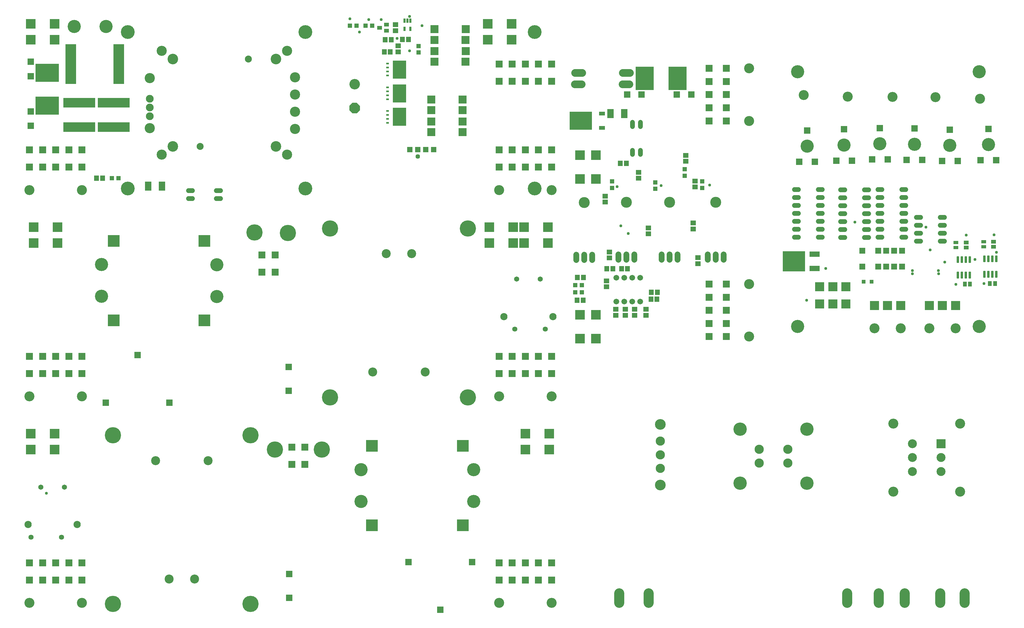
<source format=gts>
%MOIN*%
%OFA0B0*%
%FSLAX34Y34*%
%IPPOS*%
%LPD*%
%AMOC8*
5,1,8,0,0,$1,112.5*%
%AMOC80*
5,1,8,0,0,$1,22.5*%
%AMOC81*
5,1,8,0,0,$1,22.5*%
%AMOC80*
5,1,8,0,0,$1,22.5*%
%AMOC81*
5,1,8,0,0,$1,22.5*%
%AMOC80*
5,1,8,0,0,$1,112.5*%
%ADD10C,0.16548031496062993*%
%ADD11C,0.12611023622047243*%
%ADD12R,0.072960629921259845X0.072960629921259845*%
%ADD13C,0.060000000000000005*%
%ADD14R,0.28359055118110238X0.25406299212598427*%
%ADD15R,0.27559055118110237X0.24606299212598426*%
%ADD16R,0.12611023622047243X0.06705511811023622*%
%ADD17R,0.11811023622047245X0.059055118110236227*%
%ADD18C,0.013740393700787402*%
%ADD19C,0.0058070866141732283*%
%ADD20R,0.11429921259842521X0.11429921259842521*%
%ADD21R,0.047685039370078744X0.047685039370078744*%
%ADD22R,0.0627244094488189X0.04382677165354331*%
%ADD23R,0.054724409448818893X0.03582677165354331*%
%ADD24R,0.045007874015748031X0.0642992125984252*%
%ADD25R,0.037007874015748031X0.0562992125984252*%
%ADD26R,0.0642992125984252X0.045007874015748031*%
%ADD27R,0.0562992125984252X0.037007874015748031*%
%ADD28R,0.0847716535433071X0.0847716535433071*%
%ADD29C,0.037779527559055122*%
%ADD40C,0.116*%
%ADD41C,0.168*%
%ADD42C,0.11252755905511812*%
%ADD43R,0.11252755905511812X0.11252755905511812*%
%ADD44C,0.12571653543307088*%
%ADD45C,0.135*%
%ADD46C,0.1265*%
%ADD47C,0.20485039370078742*%
%ADD48C,0.113*%
%ADD49R,0.090677165354330708X0.090677165354330708*%
%ADD50C,0.12611023622047243*%
%ADD51C,0.065086614173228349*%
%ADD52C,0.090677165354330708*%
%ADD53C,0.0642992125984252*%
%ADD54R,0.083X0.083*%
%ADD55R,0.12050000000000001X0.12050000000000001*%
%ADD56C,0.16548031496062993*%
%ADD57R,0.148X0.148*%
%ADD58C,0.037779527559055122*%
%ADD59C,0.20485039370078742*%
%ADD60C,0.113*%
%ADD61R,0.090677165354330708X0.090677165354330708*%
%ADD62C,0.12611023622047243*%
%ADD63C,0.065086614173228349*%
%ADD64C,0.090677165354330708*%
%ADD65C,0.0642992125984252*%
%ADD66R,0.083X0.083*%
%ADD67R,0.12050000000000001X0.12050000000000001*%
%ADD68C,0.16548031496062993*%
%ADD69R,0.148X0.148*%
%ADD70R,0.063118110236220479X0.047370078740157487*%
%ADD71R,0.055118110236220472X0.03937007874015748*%
%ADD72R,0.06705511811023622X0.059181102362204731*%
%ADD73R,0.059055118110236227X0.051181102362204731*%
%ADD74R,0.029653543307086614X0.055244094488188983*%
%ADD75R,0.021653543307086617X0.047244094488188976*%
%ADD76R,0.059181102362204731X0.06705511811023622*%
%ADD77R,0.051181102362204731X0.059055118110236227*%
%ADD78R,0.13201574803149607X0.50012598425196853*%
%ADD79R,0.12401574803149606X0.49212598425196852*%
%ADD80R,0.40170078740157483X0.12020472440944882*%
%ADD81R,0.39370078740157483X0.11220472440944883*%
%ADD82R,0.29264566929133862X0.22847244094488192*%
%ADD83R,0.28464566929133861X0.22047244094488189*%
%ADD84C,0.16548031496062993*%
%ADD85C,0.132*%
%ADD86P,0.1428754724409449X8X292.5*%
%ADD87R,0.036346456692913386X0.024141732283464567*%
%ADD88R,0.028346456692913385X0.016141732283464567*%
%ADD89R,0.168X0.228*%
%ADD90R,0.16X0.22000000000000003*%
%ADD91R,0.055244094488188983X0.055244094488188983*%
%ADD92R,0.047244094488188976X0.047244094488188976*%
%ADD93C,0.097763779527559061*%
%ADD94C,0.12788188976377954*%
%ADD95R,0.10248818897637797X0.10248818897637797*%
%ADD96C,0.060000000000000005*%
%ADD97R,0.078866141732283471X0.11429921259842521*%
%ADD98R,0.070866141732283464X0.10629921259842522*%
%ADD99R,0.090677165354330708X0.090677165354330708*%
%ADD100C,0.12611023622047243*%
%ADD101C,0.133*%
%ADD102C,0.12729133858267719*%
%ADD103C,0.0879212598425197*%
%ADD104R,0.12050000000000001X0.12050000000000001*%
%ADD105R,0.070007874015748039X0.070007874015748039*%
%ADD106C,0.057212598425196853*%
%ADD107C,0.17335433070866144*%
%ADD108R,0.0847716535433071X0.0847716535433071*%
%ADD109C,0.037779527559055122*%
%ADD110R,0.059181102362204731X0.06705511811023622*%
%ADD111R,0.051181102362204731X0.059055118110236227*%
%ADD112R,0.06705511811023622X0.059181102362204731*%
%ADD113R,0.059055118110236227X0.051181102362204731*%
%ADD114C,0.072000000000000008*%
%ADD115C,0.074*%
%ADD116C,0.138*%
%ADD117C,0.060000000000000005*%
%ADD118R,0.075633858267716542X0.046342519685039371*%
%ADD119R,0.067633858267716535X0.038342519685039371*%
%ADD120R,0.28362598425196855X0.22626377952755905*%
%ADD121R,0.27562598425196849X0.21826377952755907*%
%ADD122R,0.078866141732283471X0.11429921259842521*%
%ADD123R,0.070866141732283464X0.10629921259842522*%
%ADD124R,0.22847244094488192X0.29264566929133862*%
%ADD125R,0.22047244094488189X0.28464566929133861*%
%ADD126R,0.090677165354330708X0.090677165354330708*%
%ADD127C,0.12611023622047243*%
%ADD128R,0.12050000000000001X0.12050000000000001*%
%ADD129R,0.055244094488188983X0.055244094488188983*%
%ADD130R,0.047244094488188976X0.047244094488188976*%
%ADD131C,0.0965*%
%ADD132R,0.0847716535433071X0.0847716535433071*%
%ADD133C,0.037779527559055122*%
G75*
G01*
D10*
X0123622Y0034251D02*
X0097637Y0036948D03*
X0120472Y0036948D03*
X0097637Y0069035D03*
X0120472Y0069035D03*
D11*
X0098377Y0066080D03*
X0114951Y0065830D03*
D12*
X0105748Y0044481D03*
X0107748Y0044481D03*
X0108748Y0044481D03*
X0109748Y0044481D03*
X0109748Y0046481D03*
X0108748Y0046481D03*
X0107748Y0046481D03*
X0105748Y0046481D03*
X0110748Y0044481D03*
X0110748Y0046481D03*
D13*
X0100740Y0048194D02*
X0100220Y0048194D01*
X0100220Y0049194D02*
X0100740Y0049194D01*
X0100740Y0054194D02*
X0100220Y0054194D01*
X0097740Y0054194D02*
X0097220Y0054194D01*
X0100220Y0050194D02*
X0100740Y0050194D01*
X0100740Y0051194D02*
X0100220Y0051194D01*
X0100220Y0053194D02*
X0100740Y0053194D01*
X0100740Y0052194D02*
X0100220Y0052194D01*
X0097740Y0053194D02*
X0097220Y0053194D01*
X0097220Y0052194D02*
X0097740Y0052194D01*
X0097740Y0051194D02*
X0097220Y0051194D01*
X0097220Y0050194D02*
X0097740Y0050194D01*
X0097740Y0049194D02*
X0097220Y0049194D01*
X0097220Y0048194D02*
X0097740Y0048194D01*
X0106028Y0048144D02*
X0106548Y0048144D01*
X0106548Y0049144D02*
X0106028Y0049144D01*
X0106028Y0054144D02*
X0106548Y0054144D01*
X0103548Y0054144D02*
X0103028Y0054144D01*
X0106028Y0050144D02*
X0106548Y0050144D01*
X0106548Y0051144D02*
X0106028Y0051144D01*
X0106028Y0053144D02*
X0106548Y0053144D01*
X0106548Y0052144D02*
X0106028Y0052144D01*
X0103548Y0053144D02*
X0103028Y0053144D01*
X0103028Y0052144D02*
X0103548Y0052144D01*
X0103548Y0051144D02*
X0103028Y0051144D01*
X0103028Y0050144D02*
X0103548Y0050144D01*
X0103548Y0049144D02*
X0103028Y0049144D01*
X0103028Y0048144D02*
X0103548Y0048144D01*
X0115563Y0047695D02*
X0116083Y0047695D01*
X0116083Y0048695D02*
X0115563Y0048695D01*
X0113083Y0048695D02*
X0112563Y0048695D01*
X0112563Y0047695D02*
X0113083Y0047695D01*
X0115563Y0049695D02*
X0116083Y0049695D01*
X0116083Y0050695D02*
X0115563Y0050695D01*
X0113083Y0049695D02*
X0112563Y0049695D01*
X0112563Y0050695D02*
X0113083Y0050695D01*
X0111237Y0048194D02*
X0110717Y0048194D01*
X0110717Y0049194D02*
X0111237Y0049194D01*
X0111237Y0054194D02*
X0110717Y0054194D01*
X0108237Y0054194D02*
X0107717Y0054194D01*
X0110717Y0050194D02*
X0111237Y0050194D01*
X0111237Y0051194D02*
X0110717Y0051194D01*
X0110717Y0053194D02*
X0111237Y0053194D01*
X0111237Y0052194D02*
X0110717Y0052194D01*
X0108237Y0053194D02*
X0107717Y0053194D01*
X0107717Y0052194D02*
X0108237Y0052194D01*
X0108237Y0051194D02*
X0107717Y0051194D01*
X0107717Y0050194D02*
X0108237Y0050194D01*
X0108237Y0049194D02*
X0107717Y0049194D01*
X0107717Y0048194D02*
X0108237Y0048194D01*
D11*
X0120552Y0065620D03*
D14*
X0097172Y0045151D03*
D15*
X0097172Y0045151D03*
D16*
X0099770Y0044251D03*
D17*
X0099770Y0044251D03*
D16*
X0099770Y0046049D03*
D17*
X0099770Y0046049D03*
D18*
X0121209Y0043886D02*
X0121209Y0043168D01*
X0121034Y0043168D01*
X0121034Y0043886D01*
X0121209Y0043886D01*
X0121078Y0043886D02*
X0121078Y0043168D01*
D19*
X0121209Y0043168D02*
X0121209Y0043886D01*
X0121209Y0043168D02*
X0121034Y0043168D01*
X0121034Y0043886D01*
X0121209Y0043886D01*
X0121154Y0043886D02*
X0121154Y0043168D01*
X0121098Y0043168D02*
X0121098Y0043886D01*
X0121043Y0043886D02*
X0121043Y0043168D01*
D18*
X0121709Y0043168D02*
X0121709Y0043886D01*
X0121709Y0043168D02*
X0121534Y0043168D01*
X0121534Y0043886D01*
X0121709Y0043886D01*
X0121578Y0043886D02*
X0121578Y0043168D01*
D19*
X0121709Y0043168D02*
X0121709Y0043886D01*
X0121709Y0043168D02*
X0121534Y0043168D01*
X0121534Y0043886D01*
X0121709Y0043886D01*
X0121654Y0043886D02*
X0121654Y0043168D01*
X0121598Y0043168D02*
X0121598Y0043886D01*
X0121543Y0043886D02*
X0121543Y0043168D01*
D18*
X0122209Y0043168D02*
X0122209Y0043886D01*
X0122209Y0043168D02*
X0122034Y0043168D01*
X0122034Y0043886D01*
X0122209Y0043886D01*
X0122078Y0043886D02*
X0122078Y0043168D01*
D19*
X0122209Y0043168D02*
X0122209Y0043886D01*
X0122209Y0043168D02*
X0122034Y0043168D01*
X0122034Y0043886D01*
X0122209Y0043886D01*
X0122154Y0043886D02*
X0122154Y0043168D01*
X0122098Y0043168D02*
X0122098Y0043886D01*
X0122043Y0043886D02*
X0122043Y0043168D01*
D18*
X0122709Y0043168D02*
X0122709Y0043886D01*
X0122709Y0043168D02*
X0122534Y0043168D01*
X0122534Y0043886D01*
X0122709Y0043886D01*
X0122578Y0043886D02*
X0122578Y0043168D01*
D19*
X0122709Y0043168D02*
X0122709Y0043886D01*
X0122709Y0043168D02*
X0122534Y0043168D01*
X0122534Y0043886D01*
X0122709Y0043886D01*
X0122654Y0043886D02*
X0122654Y0043168D01*
X0122598Y0043168D02*
X0122598Y0043886D01*
X0122543Y0043886D02*
X0122543Y0043168D01*
D18*
X0122709Y0045117D02*
X0122709Y0045835D01*
X0122709Y0045117D02*
X0122534Y0045117D01*
X0122534Y0045835D01*
X0122709Y0045835D01*
X0122578Y0045835D02*
X0122578Y0045117D01*
D19*
X0122709Y0045117D02*
X0122709Y0045835D01*
X0122709Y0045117D02*
X0122534Y0045117D01*
X0122534Y0045835D01*
X0122709Y0045835D01*
X0122654Y0045835D02*
X0122654Y0045117D01*
X0122598Y0045117D02*
X0122598Y0045835D01*
X0122543Y0045835D02*
X0122543Y0045117D01*
D18*
X0122209Y0045117D02*
X0122209Y0045835D01*
X0122209Y0045117D02*
X0122034Y0045117D01*
X0122034Y0045835D01*
X0122209Y0045835D01*
X0122078Y0045835D02*
X0122078Y0045117D01*
D19*
X0122209Y0045117D02*
X0122209Y0045835D01*
X0122209Y0045117D02*
X0122034Y0045117D01*
X0122034Y0045835D01*
X0122209Y0045835D01*
X0122154Y0045835D02*
X0122154Y0045117D01*
X0122098Y0045117D02*
X0122098Y0045835D01*
X0122043Y0045835D02*
X0122043Y0045117D01*
D18*
X0121709Y0045117D02*
X0121709Y0045835D01*
X0121709Y0045117D02*
X0121534Y0045117D01*
X0121534Y0045835D01*
X0121709Y0045835D01*
X0121578Y0045835D02*
X0121578Y0045117D01*
D19*
X0121709Y0045117D02*
X0121709Y0045835D01*
X0121709Y0045117D02*
X0121534Y0045117D01*
X0121534Y0045835D01*
X0121709Y0045835D01*
X0121654Y0045835D02*
X0121654Y0045117D01*
X0121598Y0045117D02*
X0121598Y0045835D01*
X0121543Y0045835D02*
X0121543Y0045117D01*
D18*
X0121209Y0045117D02*
X0121209Y0045835D01*
X0121209Y0045117D02*
X0121034Y0045117D01*
X0121034Y0045835D01*
X0121209Y0045835D01*
X0121078Y0045835D02*
X0121078Y0045117D01*
D19*
X0121209Y0045117D02*
X0121209Y0045835D01*
X0121209Y0045117D02*
X0121034Y0045117D01*
X0121034Y0045835D01*
X0121209Y0045835D01*
X0121154Y0045835D02*
X0121154Y0045117D01*
X0121098Y0045117D02*
X0121098Y0045835D01*
X0121043Y0045835D02*
X0121043Y0045117D01*
D18*
X0117859Y0043786D02*
X0117859Y0043068D01*
X0117684Y0043068D01*
X0117684Y0043786D01*
X0117859Y0043786D01*
X0117728Y0043786D02*
X0117728Y0043068D01*
D19*
X0117859Y0043068D02*
X0117859Y0043786D01*
X0117859Y0043068D02*
X0117684Y0043068D01*
X0117684Y0043786D01*
X0117859Y0043786D01*
X0117804Y0043786D02*
X0117804Y0043068D01*
X0117748Y0043068D02*
X0117748Y0043786D01*
X0117693Y0043786D02*
X0117693Y0043068D01*
D18*
X0118359Y0043068D02*
X0118359Y0043786D01*
X0118359Y0043068D02*
X0118184Y0043068D01*
X0118184Y0043786D01*
X0118359Y0043786D01*
X0118228Y0043786D02*
X0118228Y0043068D01*
D19*
X0118359Y0043068D02*
X0118359Y0043786D01*
X0118359Y0043068D02*
X0118184Y0043068D01*
X0118184Y0043786D01*
X0118359Y0043786D01*
X0118304Y0043786D02*
X0118304Y0043068D01*
X0118248Y0043068D02*
X0118248Y0043786D01*
X0118193Y0043786D02*
X0118193Y0043068D01*
D18*
X0118859Y0043068D02*
X0118859Y0043786D01*
X0118859Y0043068D02*
X0118684Y0043068D01*
X0118684Y0043786D01*
X0118859Y0043786D01*
X0118728Y0043786D02*
X0118728Y0043068D01*
D19*
X0118859Y0043068D02*
X0118859Y0043786D01*
X0118859Y0043068D02*
X0118684Y0043068D01*
X0118684Y0043786D01*
X0118859Y0043786D01*
X0118804Y0043786D02*
X0118804Y0043068D01*
X0118748Y0043068D02*
X0118748Y0043786D01*
X0118693Y0043786D02*
X0118693Y0043068D01*
D18*
X0119359Y0043068D02*
X0119359Y0043786D01*
X0119359Y0043068D02*
X0119184Y0043068D01*
X0119184Y0043786D01*
X0119359Y0043786D01*
X0119228Y0043786D02*
X0119228Y0043068D01*
D19*
X0119359Y0043068D02*
X0119359Y0043786D01*
X0119359Y0043068D02*
X0119184Y0043068D01*
X0119184Y0043786D01*
X0119359Y0043786D01*
X0119304Y0043786D02*
X0119304Y0043068D01*
X0119248Y0043068D02*
X0119248Y0043786D01*
X0119193Y0043786D02*
X0119193Y0043068D01*
D18*
X0119359Y0045017D02*
X0119359Y0045735D01*
X0119359Y0045017D02*
X0119184Y0045017D01*
X0119184Y0045735D01*
X0119359Y0045735D01*
X0119228Y0045735D02*
X0119228Y0045017D01*
D19*
X0119359Y0045017D02*
X0119359Y0045735D01*
X0119359Y0045017D02*
X0119184Y0045017D01*
X0119184Y0045735D01*
X0119359Y0045735D01*
X0119304Y0045735D02*
X0119304Y0045017D01*
X0119248Y0045017D02*
X0119248Y0045735D01*
X0119193Y0045735D02*
X0119193Y0045017D01*
D18*
X0118859Y0045017D02*
X0118859Y0045735D01*
X0118859Y0045017D02*
X0118684Y0045017D01*
X0118684Y0045735D01*
X0118859Y0045735D01*
X0118728Y0045735D02*
X0118728Y0045017D01*
D19*
X0118859Y0045017D02*
X0118859Y0045735D01*
X0118859Y0045017D02*
X0118684Y0045017D01*
X0118684Y0045735D01*
X0118859Y0045735D01*
X0118804Y0045735D02*
X0118804Y0045017D01*
X0118748Y0045017D02*
X0118748Y0045735D01*
X0118693Y0045735D02*
X0118693Y0045017D01*
D18*
X0118359Y0045017D02*
X0118359Y0045735D01*
X0118359Y0045017D02*
X0118184Y0045017D01*
X0118184Y0045735D01*
X0118359Y0045735D01*
X0118228Y0045735D02*
X0118228Y0045017D01*
D19*
X0118359Y0045017D02*
X0118359Y0045735D01*
X0118359Y0045017D02*
X0118184Y0045017D01*
X0118184Y0045735D01*
X0118359Y0045735D01*
X0118304Y0045735D02*
X0118304Y0045017D01*
X0118248Y0045017D02*
X0118248Y0045735D01*
X0118193Y0045735D02*
X0118193Y0045017D01*
D18*
X0117859Y0045017D02*
X0117859Y0045735D01*
X0117859Y0045017D02*
X0117684Y0045017D01*
X0117684Y0045735D01*
X0117859Y0045735D01*
X0117728Y0045735D02*
X0117728Y0045017D01*
D19*
X0117859Y0045017D02*
X0117859Y0045735D01*
X0117859Y0045017D02*
X0117684Y0045017D01*
X0117684Y0045735D01*
X0117859Y0045735D01*
X0117804Y0045735D02*
X0117804Y0045017D01*
X0117748Y0045017D02*
X0117748Y0045735D01*
X0117693Y0045735D02*
X0117693Y0045017D01*
D11*
X0114185Y0036712D03*
X0117492Y0036712D03*
D20*
X0114185Y0039586D03*
X0115838Y0039586D03*
X0117492Y0039586D03*
D11*
X0107285Y0036712D03*
X0110592Y0036712D03*
D20*
X0107285Y0039586D03*
X0108938Y0039586D03*
X0110592Y0039586D03*
X0103709Y0039785D03*
X0102055Y0039785D03*
X0100401Y0039785D03*
X0103709Y0041950D03*
X0102055Y0041950D03*
X0100401Y0041950D03*
D21*
X0105922Y0042601D03*
X0106922Y0042601D03*
D22*
X0121022Y0046979D03*
D23*
X0121022Y0046979D03*
D22*
X0121022Y0047624D03*
D23*
X0121022Y0047624D03*
D24*
X0122444Y0042351D03*
D25*
X0122444Y0042351D03*
D24*
X0121799Y0042351D03*
D25*
X0121799Y0042351D03*
D26*
X0122272Y0046979D03*
D27*
X0122272Y0046979D03*
D26*
X0122272Y0047624D03*
D27*
X0122272Y0047624D03*
D24*
X0119294Y0042301D03*
D25*
X0119294Y0042301D03*
D24*
X0118649Y0042301D03*
D25*
X0118649Y0042301D03*
D26*
X0118822Y0046879D03*
D27*
X0118822Y0046879D03*
D26*
X0118822Y0047524D03*
D27*
X0118822Y0047524D03*
D22*
X0117522Y0046879D03*
D23*
X0117522Y0046879D03*
D22*
X0117522Y0047524D03*
D23*
X0117522Y0047524D03*
D10*
X0112322Y0059901D03*
D28*
X0112322Y0061870D03*
X0111337Y0057933D03*
X0113306Y0057933D03*
D10*
X0103472Y0059801D03*
D28*
X0103472Y0061770D03*
X0102487Y0057833D03*
X0104456Y0057833D03*
D10*
X0107972Y0059951D03*
D28*
X0107972Y0061920D03*
X0106987Y0057983D03*
X0108956Y0057983D03*
D10*
X0098822Y0059651D03*
D28*
X0098822Y0061620D03*
X0097837Y0057683D03*
X0099806Y0057683D03*
D10*
X0121622Y0059851D03*
D28*
X0121622Y0061820D03*
X0120637Y0057883D03*
X0122606Y0057883D03*
D10*
X0116772Y0059751D03*
D28*
X0116772Y0061720D03*
X0115787Y0057783D03*
X0117756Y0057783D03*
D11*
X0103922Y0065901D03*
X0109572Y0065851D03*
D29*
X0116122Y0045051D03*
X0098772Y0040251D03*
X0117522Y0042251D03*
X0121072Y0042351D03*
X0101172Y0044251D03*
X0118822Y0048451D03*
X0122322Y0048501D03*
X0113772Y0049451D03*
X0115372Y0043601D03*
X0112072Y0043601D03*
X0119922Y0045401D03*
X0115322Y0044001D03*
X0112072Y0044001D03*
X0122622Y0046301D03*
X0104822Y0050101D03*
X0114296Y0046576D03*
G04 next file*
G04 EAGLE Gerber RS-274X export*
G75*
G01*
D40*
X0068503Y0000000D02*
X0096397Y0021501D03*
X0092807Y0021501D03*
X0096397Y0019751D03*
X0092807Y0019751D03*
D41*
X0098807Y0024031D03*
X0090407Y0024031D03*
X0090407Y0017221D03*
X0098807Y0017221D03*
D42*
X0115665Y0020444D03*
D43*
X0115665Y0022196D03*
D42*
X0112074Y0020444D03*
X0112074Y0022196D03*
X0115665Y0018692D03*
X0112074Y0018692D03*
D44*
X0109669Y0016165D03*
X0109669Y0024724D03*
X0118070Y0024724D03*
X0118070Y0016165D03*
D40*
X0080362Y0022510D03*
X0080362Y0020800D03*
X0080362Y0019090D03*
D45*
X0080362Y0016980D03*
X0080362Y0024620D03*
D46*
X0075200Y0003336D02*
X0075200Y0002151D01*
X0078893Y0002151D02*
X0078893Y0003336D01*
X0103846Y0003336D02*
X0103846Y0002151D01*
X0111082Y0002151D02*
X0111082Y0003336D01*
X0115562Y0003336D02*
X0115562Y0002151D01*
X0107838Y0002151D02*
X0107838Y0003336D01*
X0118618Y0003336D02*
X0118618Y0002151D01*
G04 next file*
G04 EAGLE Gerber RS-274X export*
G75*
G01*
D47*
X0000000Y0000000D02*
X0031889Y0021456D03*
X0037795Y0021456D03*
D48*
X0018577Y0005153D03*
X0021777Y0005153D03*
X0016877Y0020053D03*
X0023477Y0020053D03*
D47*
X0011515Y0023263D03*
X0028838Y0023263D03*
X0011515Y0002003D03*
X0028838Y0002003D03*
D49*
X0007637Y0005035D03*
X0005984Y0005035D03*
X0004330Y0005035D03*
X0002677Y0005035D03*
X0001023Y0005035D03*
X0002677Y0007200D03*
X0001023Y0007200D03*
X0004330Y0007200D03*
X0005984Y0007200D03*
X0007637Y0007200D03*
D50*
X0007637Y0002161D03*
X0001023Y0002161D03*
D51*
X0005413Y0016732D03*
X0002460Y0016732D03*
D52*
X0007027Y0012007D03*
X0000846Y0012007D03*
D53*
X0005070Y0010433D03*
X0001228Y0010433D03*
D49*
X0035669Y0019586D03*
X0034015Y0019586D03*
X0034015Y0021751D03*
X0035669Y0021751D03*
D54*
X0056692Y0007283D03*
X0048692Y0007283D03*
X0052692Y0001283D03*
X0033692Y0002783D03*
X0033692Y0005783D03*
D49*
X0066692Y0005035D03*
X0065039Y0005035D03*
X0063385Y0005035D03*
X0061732Y0005035D03*
X0060078Y0005035D03*
X0061732Y0007200D03*
X0060078Y0007200D03*
X0063385Y0007200D03*
X0065039Y0007200D03*
X0066692Y0007200D03*
D50*
X0066692Y0002161D03*
X0060078Y0002161D03*
D55*
X0001181Y0023456D03*
X0004181Y0023456D03*
X0004181Y0021456D03*
X0001181Y0021456D03*
X0063385Y0023456D03*
X0066385Y0023456D03*
X0066385Y0021456D03*
X0063385Y0021456D03*
D56*
X0056889Y0014929D03*
X0056889Y0018929D03*
X0042716Y0018929D03*
X0042716Y0014929D03*
D57*
X0044094Y0021929D03*
X0044094Y0011929D03*
X0055511Y0011929D03*
X0055511Y0021929D03*
D58*
X0003149Y0015944D03*
G04 next file*
G04 EAGLE Gerber RS-274X export*
G75*
G01*
D59*
X0000000Y0025984D02*
X0029330Y0048769D03*
X0033513Y0048720D03*
D60*
X0049090Y0046127D03*
X0045890Y0046127D03*
X0050790Y0031227D03*
X0044190Y0031227D03*
D59*
X0056151Y0028017D03*
X0038828Y0028017D03*
X0056151Y0049277D03*
X0038828Y0049277D03*
D61*
X0066692Y0031019D03*
X0065039Y0031019D03*
X0063385Y0031019D03*
X0061732Y0031019D03*
X0060078Y0031019D03*
X0061732Y0033185D03*
X0060078Y0033185D03*
X0063385Y0033185D03*
X0065039Y0033185D03*
X0066692Y0033185D03*
D62*
X0066692Y0028145D03*
X0060078Y0028145D03*
D63*
X0065255Y0042913D03*
X0062303Y0042913D03*
D64*
X0060688Y0038188D03*
X0066870Y0038188D03*
D65*
X0062055Y0036614D03*
X0065897Y0036614D03*
D61*
X0031929Y0043799D03*
X0030275Y0043799D03*
X0030275Y0045964D03*
X0031929Y0045964D03*
D66*
X0010629Y0027362D03*
X0018629Y0027362D03*
X0014629Y0033362D03*
X0033629Y0031862D03*
X0033629Y0028862D03*
D61*
X0007637Y0031019D03*
X0005984Y0031019D03*
X0004330Y0031019D03*
X0002677Y0031019D03*
X0001023Y0031019D03*
X0002677Y0033185D03*
X0001023Y0033185D03*
X0004330Y0033185D03*
X0005984Y0033185D03*
X0007637Y0033185D03*
D62*
X0007637Y0028145D03*
X0001023Y0028145D03*
D67*
X0001574Y0049440D03*
X0004574Y0049440D03*
X0004574Y0047440D03*
X0001574Y0047440D03*
X0058858Y0049440D03*
X0061858Y0049440D03*
X0061858Y0047440D03*
X0058858Y0047440D03*
D68*
X0024606Y0040716D03*
X0024606Y0044716D03*
X0010088Y0044765D03*
X0010088Y0040765D03*
D69*
X0023031Y0047716D03*
X0023031Y0037716D03*
X0011614Y0037716D03*
X0011614Y0047716D03*
D67*
X0063238Y0049440D03*
X0066238Y0049440D03*
X0066238Y0047440D03*
X0063238Y0047440D03*
G04 next file*
G04 EAGLE Gerber RS-274X export*
G75*
G01*
D70*
X0000000Y0051968D02*
X0045925Y0074192D03*
D71*
X0045925Y0074192D03*
D70*
X0045925Y0074940D03*
D71*
X0045925Y0074940D03*
D70*
X0045059Y0074566D03*
D71*
X0045059Y0074566D03*
D72*
X0047066Y0074940D03*
D73*
X0047066Y0074940D03*
D72*
X0047066Y0074192D03*
D73*
X0047066Y0074192D03*
D74*
X0048937Y0075442D03*
D75*
X0048937Y0075442D03*
D74*
X0048562Y0075442D03*
D75*
X0048562Y0075442D03*
D74*
X0048188Y0075442D03*
D75*
X0048188Y0075442D03*
D74*
X0048188Y0074419D03*
D75*
X0048188Y0074419D03*
D74*
X0048937Y0074419D03*
D75*
X0048937Y0074419D03*
D76*
X0047933Y0073070D03*
D77*
X0047933Y0073070D03*
D76*
X0048681Y0073070D03*
D77*
X0048681Y0073070D03*
D78*
X0006230Y0069980D03*
D79*
X0006230Y0069980D03*
D78*
X0012273Y0069980D03*
D79*
X0012273Y0069980D03*
D80*
X0011614Y0065127D03*
D81*
X0011614Y0065127D03*
D80*
X0011614Y0062037D03*
D81*
X0011614Y0062037D03*
D80*
X0007283Y0065127D03*
D81*
X0007283Y0065127D03*
D80*
X0007283Y0062037D03*
D81*
X0007283Y0062037D03*
D82*
X0003248Y0064763D03*
D83*
X0003248Y0064763D03*
D82*
X0003248Y0068897D03*
D83*
X0003248Y0068897D03*
D84*
X0006661Y0074704D03*
X0010661Y0074704D03*
D85*
X0041929Y0067444D03*
D86*
X0041929Y0064444D03*
D76*
X0046515Y0073051D03*
D77*
X0046515Y0073051D03*
D76*
X0045767Y0073051D03*
D77*
X0045767Y0073051D03*
D76*
X0045649Y0071535D03*
D77*
X0045649Y0071535D03*
D76*
X0046397Y0071535D03*
D77*
X0046397Y0071535D03*
D87*
X0046076Y0064086D03*
D88*
X0046076Y0064086D03*
D87*
X0046076Y0063586D03*
D88*
X0046076Y0063586D03*
D87*
X0046076Y0063086D03*
D88*
X0046076Y0063086D03*
D87*
X0046076Y0062586D03*
D88*
X0046076Y0062586D03*
D89*
X0047570Y0063336D03*
D90*
X0047570Y0063336D03*
D87*
X0046076Y0067039D03*
D88*
X0046076Y0067039D03*
D87*
X0046076Y0066539D03*
D88*
X0046076Y0066539D03*
D87*
X0046076Y0066039D03*
D88*
X0046076Y0066039D03*
D87*
X0046076Y0065539D03*
D88*
X0046076Y0065539D03*
D89*
X0047570Y0066289D03*
D90*
X0047570Y0066289D03*
D87*
X0046076Y0070041D03*
D88*
X0046076Y0070041D03*
D87*
X0046076Y0069541D03*
D88*
X0046076Y0069541D03*
D87*
X0046076Y0069041D03*
D88*
X0046076Y0069041D03*
D87*
X0046076Y0068541D03*
D88*
X0046076Y0068541D03*
D89*
X0047570Y0069291D03*
D90*
X0047570Y0069291D03*
D91*
X0049950Y0072263D03*
D92*
X0049950Y0072263D03*
D91*
X0049950Y0071437D03*
D92*
X0049950Y0071437D03*
D93*
X0016165Y0064515D03*
X0016165Y0063433D03*
D94*
X0016165Y0068208D03*
X0016165Y0061909D03*
X0034425Y0068307D03*
X0034425Y0063976D03*
X0034425Y0066141D03*
X0034425Y0061811D03*
D93*
X0016165Y0065602D03*
D91*
X0044114Y0074803D03*
D92*
X0044114Y0074803D03*
D91*
X0043287Y0074803D03*
D92*
X0043287Y0074803D03*
D95*
X0051574Y0062755D03*
X0051574Y0061417D03*
X0055488Y0062755D03*
X0055480Y0061417D03*
X0051574Y0065511D03*
X0051574Y0064173D03*
X0055488Y0065511D03*
X0055480Y0064173D03*
X0051968Y0071614D03*
X0051968Y0070275D03*
X0055881Y0071614D03*
X0055873Y0070275D03*
X0051968Y0074370D03*
X0051968Y0073031D03*
X0055881Y0074370D03*
X0055873Y0073031D03*
D96*
X0021531Y0054043D02*
X0021011Y0054043D01*
X0021011Y0053043D02*
X0021531Y0053043D01*
X0024531Y0053043D02*
X0025051Y0053043D01*
X0025051Y0054043D02*
X0024531Y0054043D01*
D97*
X0017696Y0054625D03*
D98*
X0017696Y0054625D03*
D97*
X0015964Y0054625D03*
D98*
X0015964Y0054625D03*
D91*
X0042145Y0074803D03*
D92*
X0042145Y0074803D03*
D91*
X0041318Y0074803D03*
D92*
X0041318Y0074803D03*
D99*
X0060078Y0069980D03*
X0061732Y0069980D03*
X0063385Y0069980D03*
X0065039Y0069980D03*
X0066692Y0069980D03*
X0065039Y0067814D03*
X0066692Y0067814D03*
X0063385Y0067814D03*
X0061732Y0067814D03*
X0060078Y0067814D03*
X0007637Y0057003D03*
X0005984Y0057003D03*
X0004330Y0057003D03*
X0002677Y0057003D03*
X0001023Y0057003D03*
X0002677Y0059169D03*
X0001023Y0059169D03*
X0004330Y0059169D03*
X0005984Y0059169D03*
X0007637Y0059169D03*
D100*
X0007637Y0054129D03*
X0001023Y0054129D03*
D99*
X0066692Y0057003D03*
X0065039Y0057003D03*
X0063385Y0057003D03*
X0061732Y0057003D03*
X0060078Y0057003D03*
X0061732Y0059169D03*
X0060078Y0059169D03*
X0063385Y0059169D03*
X0065039Y0059169D03*
X0066692Y0059169D03*
D100*
X0066692Y0054129D03*
X0060078Y0054129D03*
D101*
X0019057Y0070608D03*
X0019057Y0059608D03*
X0032025Y0070608D03*
X0032025Y0059608D03*
D102*
X0017667Y0071643D03*
X0033415Y0071643D03*
X0017667Y0058572D03*
D103*
X0022505Y0059608D03*
X0028576Y0070608D03*
D102*
X0033415Y0058572D03*
D104*
X0001181Y0075047D03*
X0004181Y0075047D03*
X0004181Y0073047D03*
X0001181Y0073047D03*
X0058661Y0075047D03*
X0061661Y0075047D03*
X0061661Y0073047D03*
X0058661Y0073047D03*
D105*
X0048868Y0059202D03*
X0049868Y0059202D03*
X0050868Y0059202D03*
X0051868Y0059202D03*
D106*
X0049868Y0058352D03*
D107*
X0064566Y0054330D03*
X0064566Y0074015D03*
X0035728Y0074015D03*
X0035728Y0054330D03*
X0013385Y0074015D03*
X0013385Y0054330D03*
D108*
X0001181Y0062204D03*
X0001181Y0068464D03*
X0001181Y0064015D03*
X0001181Y0070275D03*
D91*
X0011397Y0055610D03*
D92*
X0011397Y0055610D03*
D91*
X0012224Y0055610D03*
D92*
X0012224Y0055610D03*
D76*
X0009468Y0055610D03*
D77*
X0009468Y0055610D03*
D76*
X0010216Y0055610D03*
D77*
X0010216Y0055610D03*
D72*
X0047391Y0071525D03*
D73*
X0047391Y0071525D03*
D72*
X0047391Y0072273D03*
D73*
X0047391Y0072273D03*
D109*
X0045275Y0075590D03*
X0047244Y0073228D03*
X0048818Y0075984D03*
X0050393Y0074803D03*
X0048818Y0071653D03*
X0043700Y0075590D03*
X0042519Y0074015D03*
X0041338Y0075696D03*
G04 next file*
G04 EAGLE Gerber RS-274X export*
G75*
G01*
D110*
X0093700Y0034251D02*
X0074389Y0044232D03*
D111*
X0074389Y0044232D03*
D110*
X0073641Y0044232D03*
D111*
X0073641Y0044232D03*
D110*
X0076240Y0044232D03*
D111*
X0076240Y0044232D03*
D110*
X0075492Y0044232D03*
D111*
X0075492Y0044232D03*
D112*
X0078543Y0038366D03*
D113*
X0078543Y0038366D03*
D112*
X0078543Y0039114D03*
D113*
X0078543Y0039114D03*
D112*
X0077125Y0038366D03*
D113*
X0077125Y0038366D03*
D112*
X0077125Y0039114D03*
D113*
X0077125Y0039114D03*
D112*
X0075944Y0039114D03*
D113*
X0075944Y0039114D03*
D112*
X0075944Y0038366D03*
D113*
X0075944Y0038366D03*
D112*
X0074763Y0039114D03*
D113*
X0074763Y0039114D03*
D112*
X0074763Y0038366D03*
D113*
X0074763Y0038366D03*
D114*
X0077838Y0043074D03*
X0076838Y0043074D03*
X0076838Y0040074D03*
X0077838Y0040074D03*
X0075838Y0043074D03*
X0074838Y0043074D03*
X0075838Y0040074D03*
X0074838Y0040074D03*
D110*
X0079192Y0040393D03*
D111*
X0079192Y0040393D03*
D110*
X0079940Y0040393D03*
D111*
X0079940Y0040393D03*
D115*
X0069787Y0045319D02*
X0069787Y0045979D01*
X0070787Y0045979D02*
X0070787Y0045319D01*
X0071787Y0045319D02*
X0071787Y0045979D01*
D116*
X0070787Y0052549D03*
D110*
X0075334Y0057480D03*
D111*
X0075334Y0057480D03*
D110*
X0076082Y0057480D03*
D111*
X0076082Y0057480D03*
D117*
X0077862Y0062129D02*
X0077862Y0062649D01*
X0076862Y0062649D02*
X0076862Y0062129D01*
X0076862Y0059129D02*
X0076862Y0058609D01*
X0077862Y0058609D02*
X0077862Y0059129D01*
D112*
X0073582Y0042696D03*
D113*
X0073582Y0042696D03*
D112*
X0073582Y0041948D03*
D113*
X0073582Y0041948D03*
D110*
X0079232Y0041259D03*
D111*
X0079232Y0041259D03*
D110*
X0079980Y0041259D03*
D111*
X0079980Y0041259D03*
D118*
X0073013Y0061956D03*
D119*
X0073013Y0061956D03*
D118*
X0073013Y0063751D03*
D119*
X0073013Y0063751D03*
D120*
X0070349Y0062854D03*
D121*
X0070349Y0062854D03*
D122*
X0075826Y0063759D03*
D123*
X0075826Y0063759D03*
D122*
X0074094Y0063759D03*
D123*
X0074094Y0063759D03*
D124*
X0078405Y0068169D03*
D125*
X0078405Y0068169D03*
D124*
X0082539Y0068169D03*
D125*
X0082539Y0068169D03*
D126*
X0088665Y0042283D03*
X0088665Y0040629D03*
X0088665Y0038976D03*
X0088665Y0037322D03*
X0088665Y0035669D03*
X0086500Y0037322D03*
X0086500Y0035669D03*
X0086500Y0038976D03*
X0086500Y0040629D03*
X0086500Y0042283D03*
D127*
X0091539Y0042283D03*
X0091539Y0035669D03*
D126*
X0088665Y0069448D03*
X0088665Y0067795D03*
X0088665Y0066141D03*
X0088665Y0064488D03*
X0088665Y0062834D03*
X0086500Y0064488D03*
X0086500Y0062834D03*
X0086500Y0066141D03*
X0086500Y0067795D03*
X0086500Y0069448D03*
D127*
X0091539Y0069448D03*
X0091539Y0062834D03*
D128*
X0070244Y0055511D03*
X0070244Y0058511D03*
X0072244Y0058511D03*
X0072244Y0055511D03*
X0070244Y0035433D03*
X0070244Y0038433D03*
X0072244Y0038433D03*
X0072244Y0035433D03*
D129*
X0085629Y0055216D03*
D130*
X0085629Y0055216D03*
D129*
X0085629Y0054389D03*
D130*
X0085629Y0054389D03*
D112*
X0084724Y0054507D03*
D113*
X0084724Y0054507D03*
D112*
X0084724Y0055255D03*
D113*
X0084724Y0055255D03*
D129*
X0079724Y0055098D03*
D130*
X0079724Y0055098D03*
D129*
X0079724Y0054271D03*
D130*
X0079724Y0054271D03*
D112*
X0078858Y0048602D03*
D113*
X0078858Y0048602D03*
D112*
X0078858Y0049350D03*
D113*
X0078858Y0049350D03*
D129*
X0074291Y0055216D03*
D130*
X0074291Y0055216D03*
D129*
X0074291Y0054389D03*
D130*
X0074291Y0054389D03*
D112*
X0073425Y0052618D03*
D113*
X0073425Y0052618D03*
D112*
X0073425Y0053366D03*
D113*
X0073425Y0053366D03*
D129*
X0070492Y0041259D03*
D130*
X0070492Y0041259D03*
D129*
X0069665Y0041259D03*
D130*
X0069665Y0041259D03*
D110*
X0070649Y0040236D03*
D111*
X0070649Y0040236D03*
D110*
X0069901Y0040236D03*
D111*
X0069901Y0040236D03*
D131*
X0075628Y0068897D02*
X0076513Y0068897D01*
X0070513Y0068897D02*
X0069628Y0068897D01*
D132*
X0084251Y0066141D03*
X0077992Y0066141D03*
X0082440Y0066141D03*
X0076181Y0066141D03*
D115*
X0075102Y0046018D02*
X0075102Y0045358D01*
X0076102Y0045358D02*
X0076102Y0046018D01*
X0077102Y0046018D02*
X0077102Y0045358D01*
D116*
X0076102Y0052588D03*
D112*
X0077637Y0055610D03*
D113*
X0077637Y0055610D03*
D112*
X0077637Y0056358D03*
D113*
X0077637Y0056358D03*
D112*
X0073976Y0045570D03*
D113*
X0073976Y0045570D03*
D112*
X0073976Y0046318D03*
D113*
X0073976Y0046318D03*
D115*
X0086322Y0046018D02*
X0086322Y0045358D01*
X0087322Y0045358D02*
X0087322Y0046018D01*
X0088322Y0046018D02*
X0088322Y0045358D01*
D116*
X0087322Y0052588D03*
D112*
X0084488Y0049232D03*
D113*
X0084488Y0049232D03*
D112*
X0084488Y0049980D03*
D113*
X0084488Y0049980D03*
D112*
X0085078Y0044862D03*
D113*
X0085078Y0044862D03*
D112*
X0085078Y0045610D03*
D113*
X0085078Y0045610D03*
D115*
X0080535Y0045358D02*
X0080535Y0046018D01*
X0081535Y0046018D02*
X0081535Y0045358D01*
X0082535Y0045358D02*
X0082535Y0046018D01*
D116*
X0081535Y0052588D03*
D129*
X0069665Y0042165D03*
D130*
X0069665Y0042165D03*
D129*
X0070492Y0042165D03*
D130*
X0070492Y0042165D03*
D110*
X0070688Y0043110D03*
D111*
X0070688Y0043110D03*
D110*
X0069940Y0043110D03*
D111*
X0069940Y0043110D03*
D129*
X0083425Y0056751D03*
D130*
X0083425Y0056751D03*
D129*
X0083425Y0055925D03*
D130*
X0083425Y0055925D03*
D112*
X0083543Y0058484D03*
D113*
X0083543Y0058484D03*
D112*
X0083543Y0057736D03*
D113*
X0083543Y0057736D03*
D131*
X0076473Y0067440D02*
X0075588Y0067440D01*
X0070473Y0067440D02*
X0069588Y0067440D01*
D133*
X0074921Y0054566D03*
X0080472Y0054685D03*
X0086555Y0054744D03*
X0075393Y0049606D03*
X0076338Y0048661D03*
M02*
</source>
